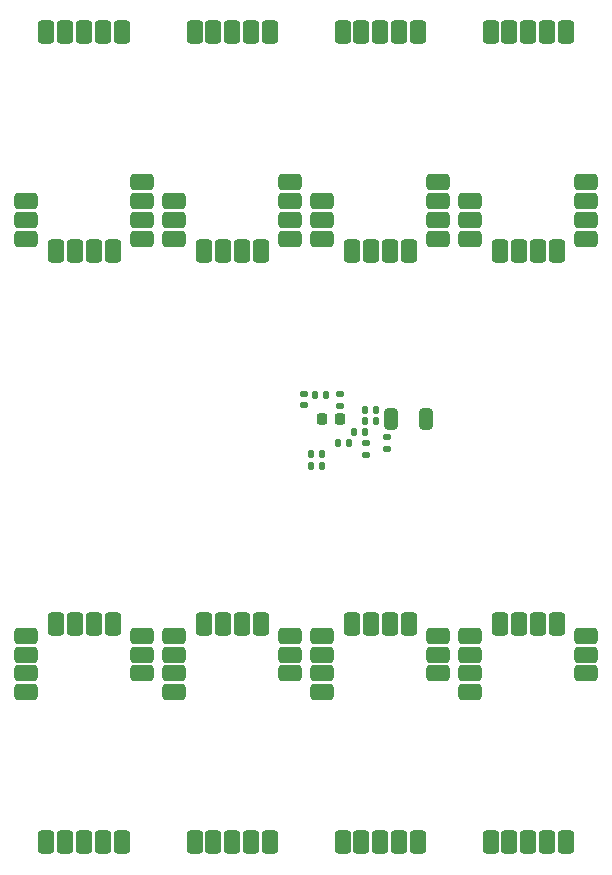
<source format=gbr>
%TF.GenerationSoftware,KiCad,Pcbnew,7.0.8*%
%TF.CreationDate,2024-02-20T09:26:03+00:00*%
%TF.ProjectId,CuttleBoard_8Layers,43757474-6c65-4426-9f61-72645f384c61,rev?*%
%TF.SameCoordinates,Original*%
%TF.FileFunction,Paste,Bot*%
%TF.FilePolarity,Positive*%
%FSLAX46Y46*%
G04 Gerber Fmt 4.6, Leading zero omitted, Abs format (unit mm)*
G04 Created by KiCad (PCBNEW 7.0.8) date 2024-02-20 09:26:03*
%MOMM*%
%LPD*%
G01*
G04 APERTURE LIST*
G04 Aperture macros list*
%AMRoundRect*
0 Rectangle with rounded corners*
0 $1 Rounding radius*
0 $2 $3 $4 $5 $6 $7 $8 $9 X,Y pos of 4 corners*
0 Add a 4 corners polygon primitive as box body*
4,1,4,$2,$3,$4,$5,$6,$7,$8,$9,$2,$3,0*
0 Add four circle primitives for the rounded corners*
1,1,$1+$1,$2,$3*
1,1,$1+$1,$4,$5*
1,1,$1+$1,$6,$7*
1,1,$1+$1,$8,$9*
0 Add four rect primitives between the rounded corners*
20,1,$1+$1,$2,$3,$4,$5,0*
20,1,$1+$1,$4,$5,$6,$7,0*
20,1,$1+$1,$6,$7,$8,$9,0*
20,1,$1+$1,$8,$9,$2,$3,0*%
G04 Aperture macros list end*
%ADD10RoundRect,0.140000X-0.170000X0.140000X-0.170000X-0.140000X0.170000X-0.140000X0.170000X0.140000X0*%
%ADD11RoundRect,0.350000X0.350000X-0.650000X0.350000X0.650000X-0.350000X0.650000X-0.350000X-0.650000X0*%
%ADD12RoundRect,0.350000X-0.650000X-0.350000X0.650000X-0.350000X0.650000X0.350000X-0.650000X0.350000X0*%
%ADD13RoundRect,0.350000X-0.350000X0.650000X-0.350000X-0.650000X0.350000X-0.650000X0.350000X0.650000X0*%
%ADD14RoundRect,0.140000X-0.140000X-0.170000X0.140000X-0.170000X0.140000X0.170000X-0.140000X0.170000X0*%
%ADD15RoundRect,0.350000X0.650000X0.350000X-0.650000X0.350000X-0.650000X-0.350000X0.650000X-0.350000X0*%
%ADD16RoundRect,0.218750X-0.218750X-0.256250X0.218750X-0.256250X0.218750X0.256250X-0.218750X0.256250X0*%
%ADD17RoundRect,0.140000X0.170000X-0.140000X0.170000X0.140000X-0.170000X0.140000X-0.170000X-0.140000X0*%
%ADD18RoundRect,0.140000X0.140000X0.170000X-0.140000X0.170000X-0.140000X-0.170000X0.140000X-0.170000X0*%
%ADD19RoundRect,0.250000X0.325000X0.650000X-0.325000X0.650000X-0.325000X-0.650000X0.325000X-0.650000X0*%
G04 APERTURE END LIST*
D10*
%TO.C,C33*%
X129320000Y-99960000D03*
X129320000Y-99000000D03*
%TD*%
D11*
%TO.C,U12*%
X118633333Y-114800000D03*
X117033333Y-114800000D03*
X115433333Y-114800000D03*
X113833333Y-114800000D03*
D12*
X111333333Y-115800000D03*
X111333333Y-117400000D03*
X111333333Y-119000000D03*
X111333333Y-120600000D03*
D13*
X113033333Y-133300000D03*
X114633333Y-133300000D03*
X116233333Y-133300000D03*
X117833333Y-133300000D03*
X119433333Y-133300000D03*
D12*
X121133333Y-119000000D03*
X121133333Y-117400000D03*
X121133333Y-115800000D03*
%TD*%
D10*
%TO.C,C22*%
X127570000Y-100480000D03*
X127570000Y-99520000D03*
%TD*%
D14*
%TO.C,C21*%
X127460000Y-96720000D03*
X128420000Y-96720000D03*
%TD*%
%TO.C,C31*%
X122870000Y-101450000D03*
X123830000Y-101450000D03*
%TD*%
D13*
%TO.C,U8*%
X113833333Y-83200000D03*
X115433333Y-83200000D03*
X117033333Y-83200000D03*
X118633333Y-83200000D03*
D15*
X121133333Y-82200000D03*
X121133333Y-80600000D03*
X121133333Y-79000000D03*
X121133333Y-77400000D03*
D11*
X119433333Y-64700000D03*
X117833333Y-64700000D03*
X116233333Y-64700000D03*
X114633333Y-64700000D03*
X113033333Y-64700000D03*
D15*
X111333333Y-79000000D03*
X111333333Y-80600000D03*
X111333333Y-82200000D03*
%TD*%
D14*
%TO.C,C35*%
X126510000Y-98530000D03*
X127470000Y-98530000D03*
%TD*%
D11*
%TO.C,U13*%
X106100000Y-114800000D03*
X104500000Y-114800000D03*
X102900000Y-114800000D03*
X101300000Y-114800000D03*
D12*
X98800000Y-115800000D03*
X98800000Y-117400000D03*
X98800000Y-119000000D03*
X98800000Y-120600000D03*
D13*
X100500000Y-133300000D03*
X102100000Y-133300000D03*
X103700000Y-133300000D03*
X105300000Y-133300000D03*
X106900000Y-133300000D03*
D12*
X108600000Y-119000000D03*
X108600000Y-117400000D03*
X108600000Y-115800000D03*
%TD*%
D11*
%TO.C,U11*%
X131166666Y-114800000D03*
X129566666Y-114800000D03*
X127966666Y-114800000D03*
X126366666Y-114800000D03*
D12*
X123866666Y-115800000D03*
X123866666Y-117400000D03*
X123866666Y-119000000D03*
X123866666Y-120600000D03*
D13*
X125566666Y-133300000D03*
X127166666Y-133300000D03*
X128766666Y-133300000D03*
X130366666Y-133300000D03*
X131966666Y-133300000D03*
D12*
X133666666Y-119000000D03*
X133666666Y-117400000D03*
X133666666Y-115800000D03*
%TD*%
D16*
%TO.C,L3*%
X125387500Y-97490000D03*
X123812500Y-97490000D03*
%TD*%
D17*
%TO.C,C23*%
X125314200Y-96330000D03*
X125314200Y-95370000D03*
%TD*%
D14*
%TO.C,C36*%
X122870000Y-100450000D03*
X123830000Y-100450000D03*
%TD*%
%TO.C,C37*%
X127430000Y-97590000D03*
X128390000Y-97590000D03*
%TD*%
D13*
%TO.C,U5*%
X138900000Y-83200000D03*
X140500000Y-83200000D03*
X142100000Y-83200000D03*
X143700000Y-83200000D03*
D15*
X146200000Y-82200000D03*
X146200000Y-80600000D03*
X146200000Y-79000000D03*
X146200000Y-77400000D03*
D11*
X144500000Y-64700000D03*
X142900000Y-64700000D03*
X141300000Y-64700000D03*
X139700000Y-64700000D03*
X138100000Y-64700000D03*
D15*
X136400000Y-79000000D03*
X136400000Y-80600000D03*
X136400000Y-82200000D03*
%TD*%
D18*
%TO.C,C32*%
X126100000Y-99450000D03*
X125140000Y-99450000D03*
%TD*%
D17*
%TO.C,C34*%
X122300000Y-96310000D03*
X122300000Y-95350000D03*
%TD*%
D19*
%TO.C,C48*%
X132625000Y-97420000D03*
X129675000Y-97420000D03*
%TD*%
D13*
%TO.C,U6*%
X126366666Y-83200000D03*
X127966666Y-83200000D03*
X129566666Y-83200000D03*
X131166666Y-83200000D03*
D15*
X133666666Y-82200000D03*
X133666666Y-80600000D03*
X133666666Y-79000000D03*
X133666666Y-77400000D03*
D11*
X131966666Y-64700000D03*
X130366666Y-64700000D03*
X128766666Y-64700000D03*
X127166666Y-64700000D03*
X125566666Y-64700000D03*
D15*
X123866666Y-79000000D03*
X123866666Y-80600000D03*
X123866666Y-82200000D03*
%TD*%
D11*
%TO.C,U10*%
X143700000Y-114800000D03*
X142100000Y-114800000D03*
X140500000Y-114800000D03*
X138900000Y-114800000D03*
D12*
X136400000Y-115800000D03*
X136400000Y-117400000D03*
X136400000Y-119000000D03*
X136400000Y-120600000D03*
D13*
X138100000Y-133300000D03*
X139700000Y-133300000D03*
X141300000Y-133300000D03*
X142900000Y-133300000D03*
X144500000Y-133300000D03*
D12*
X146200000Y-119000000D03*
X146200000Y-117400000D03*
X146200000Y-115800000D03*
%TD*%
D14*
%TO.C,C38*%
X123220000Y-95410000D03*
X124180000Y-95410000D03*
%TD*%
D13*
%TO.C,U9*%
X101300000Y-83200000D03*
X102900000Y-83200000D03*
X104500000Y-83200000D03*
X106100000Y-83200000D03*
D15*
X108600000Y-82200000D03*
X108600000Y-80600000D03*
X108600000Y-79000000D03*
X108600000Y-77400000D03*
D11*
X106900000Y-64700000D03*
X105300000Y-64700000D03*
X103700000Y-64700000D03*
X102100000Y-64700000D03*
X100500000Y-64700000D03*
D15*
X98800000Y-79000000D03*
X98800000Y-80600000D03*
X98800000Y-82200000D03*
%TD*%
M02*

</source>
